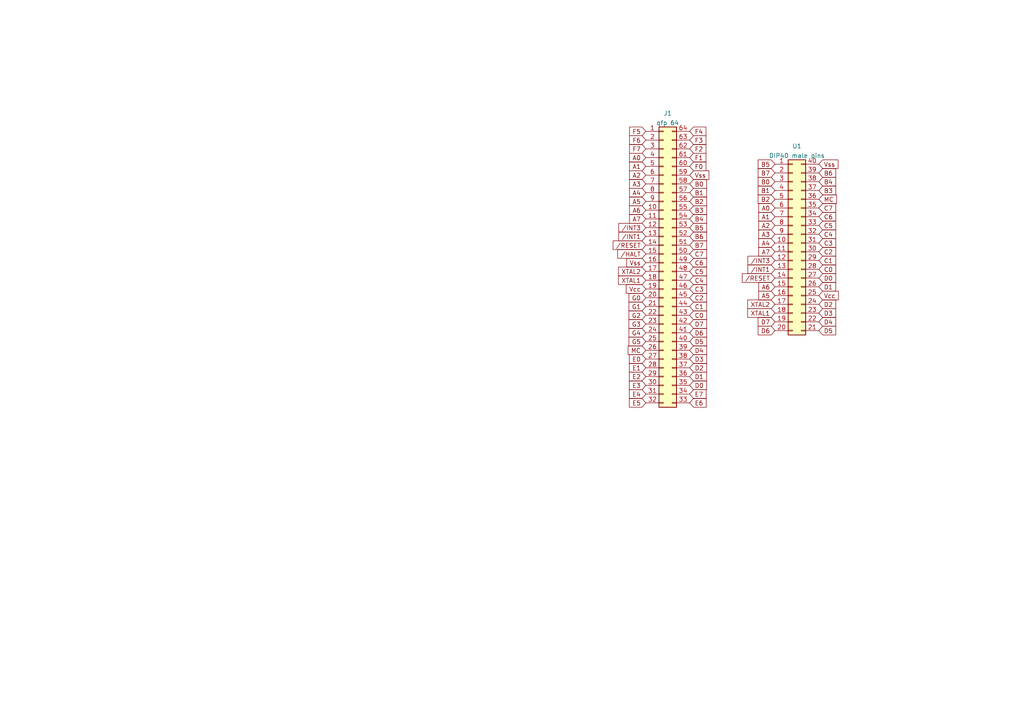
<source format=kicad_sch>
(kicad_sch (version 20211123) (generator eeschema)
  (paper "A4")
  (lib_symbols
    (symbol "Connector_Generic:Conn_02x20_Counter_Clockwise" (pin_names (offset 1.016) hide)
      (property "Reference" "J" (at 1.27 25.4 0))
      (property "Value" "Conn_02x20_Counter_Clockwise" (at 1.27 -27.94 0))
      (symbol "Conn_02x20_Counter_Clockwise_1_1"
        (rectangle (start -1.27 -25.273) (end 0 -25.527) (stroke (width 0.1524)))
        (rectangle (start -1.27 -22.733) (end 0 -22.987) (stroke (width 0.1524)))
        (rectangle (start -1.27 -20.193) (end 0 -20.447) (stroke (width 0.1524)))
        (rectangle (start -1.27 -17.653) (end 0 -17.907) (stroke (width 0.1524)))
        (rectangle (start -1.27 -15.113) (end 0 -15.367) (stroke (width 0.1524)))
        (rectangle (start -1.27 -12.573) (end 0 -12.827) (stroke (width 0.1524)))
        (rectangle (start -1.27 -10.033) (end 0 -10.287) (stroke (width 0.1524)))
        (rectangle (start -1.27 -7.493) (end 0 -7.747) (stroke (width 0.1524)))
        (rectangle (start -1.27 -4.953) (end 0 -5.207) (stroke (width 0.1524)))
        (rectangle (start -1.27 -2.413) (end 0 -2.667) (stroke (width 0.1524)))
        (rectangle (start -1.27 0.127) (end 0 -0.127) (stroke (width 0.1524)))
        (rectangle (start -1.27 2.667) (end 0 2.413) (stroke (width 0.1524)))
        (rectangle (start -1.27 5.207) (end 0 4.953) (stroke (width 0.1524)))
        (rectangle (start -1.27 7.747) (end 0 7.493) (stroke (width 0.1524)))
        (rectangle (start -1.27 10.287) (end 0 10.033) (stroke (width 0.1524)))
        (rectangle (start -1.27 12.827) (end 0 12.573) (stroke (width 0.1524)))
        (rectangle (start -1.27 15.367) (end 0 15.113) (stroke (width 0.1524)))
        (rectangle (start -1.27 17.907) (end 0 17.653) (stroke (width 0.1524)))
        (rectangle (start -1.27 20.447) (end 0 20.193) (stroke (width 0.1524)))
        (rectangle (start -1.27 22.987) (end 0 22.733) (stroke (width 0.1524)))
        (rectangle (start -1.27 24.13) (end 3.81 -26.67) (stroke (width 0.254)) (fill (type background)))
        (rectangle (start 3.81 -25.273) (end 2.54 -25.527) (stroke (width 0.1524)))
        (rectangle (start 3.81 -22.733) (end 2.54 -22.987) (stroke (width 0.1524)))
        (rectangle (start 3.81 -20.193) (end 2.54 -20.447) (stroke (width 0.1524)))
        (rectangle (start 3.81 -17.653) (end 2.54 -17.907) (stroke (width 0.1524)))
        (rectangle (start 3.81 -15.113) (end 2.54 -15.367) (stroke (width 0.1524)))
        (rectangle (start 3.81 -12.573) (end 2.54 -12.827) (stroke (width 0.1524)))
        (rectangle (start 3.81 -10.033) (end 2.54 -10.287) (stroke (width 0.1524)))
        (rectangle (start 3.81 -7.493) (end 2.54 -7.747) (stroke (width 0.1524)))
        (rectangle (start 3.81 -4.953) (end 2.54 -5.207) (stroke (width 0.1524)))
        (rectangle (start 3.81 -2.413) (end 2.54 -2.667) (stroke (width 0.1524)))
        (rectangle (start 3.81 0.127) (end 2.54 -0.127) (stroke (width 0.1524)))
        (rectangle (start 3.81 2.667) (end 2.54 2.413) (stroke (width 0.1524)))
        (rectangle (start 3.81 5.207) (end 2.54 4.953) (stroke (width 0.1524)))
        (rectangle (start 3.81 7.747) (end 2.54 7.493) (stroke (width 0.1524)))
        (rectangle (start 3.81 10.287) (end 2.54 10.033) (stroke (width 0.1524)))
        (rectangle (start 3.81 12.827) (end 2.54 12.573) (stroke (width 0.1524)))
        (rectangle (start 3.81 15.367) (end 2.54 15.113) (stroke (width 0.1524)))
        (rectangle (start 3.81 17.907) (end 2.54 17.653) (stroke (width 0.1524)))
        (rectangle (start 3.81 20.447) (end 2.54 20.193) (stroke (width 0.1524)))
        (rectangle (start 3.81 22.987) (end 2.54 22.733) (stroke (width 0.1524)))
        (pin passive line (at -5.08 22.86 0) (length 3.81) (name "Pin_1") (number "1"))
        (pin passive line (at -5.08 0 0) (length 3.81) (name "Pin_10") (number "10"))
        (pin passive line (at -5.08 -2.54 0) (length 3.81) (name "Pin_11") (number "11"))
        (pin passive line (at -5.08 -5.08 0) (length 3.81) (name "Pin_12") (number "12"))
        (pin passive line (at -5.08 -7.62 0) (length 3.81) (name "Pin_13") (number "13"))
        (pin passive line (at -5.08 -10.16 0) (length 3.81) (name "Pin_14") (number "14"))
        (pin passive line (at -5.08 -12.7 0) (length 3.81) (name "Pin_15") (number "15"))
        (pin passive line (at -5.08 -15.24 0) (length 3.81) (name "Pin_16") (number "16"))
        (pin passive line (at -5.08 -17.78 0) (length 3.81) (name "Pin_17") (number "17"))
        (pin passive line (at -5.08 -20.32 0) (length 3.81) (name "Pin_18") (number "18"))
        (pin passive line (at -5.08 -22.86 0) (length 3.81) (name "Pin_19") (number "19"))
        (pin passive line (at -5.08 20.32 0) (length 3.81) (name "Pin_2") (number "2"))
        (pin passive line (at -5.08 -25.4 0) (length 3.81) (name "Pin_20") (number "20"))
        (pin passive line (at 7.62 -25.4 180) (length 3.81) (name "Pin_21") (number "21"))
        (pin passive line (at 7.62 -22.86 180) (length 3.81) (name "Pin_22") (number "22"))
        (pin passive line (at 7.62 -20.32 180) (length 3.81) (name "Pin_23") (number "23"))
        (pin passive line (at 7.62 -17.78 180) (length 3.81) (name "Pin_24") (number "24"))
        (pin passive line (at 7.62 -15.24 180) (length 3.81) (name "Pin_25") (number "25"))
        (pin passive line (at 7.62 -12.7 180) (length 3.81) (name "Pin_26") (number "26"))
        (pin passive line (at 7.62 -10.16 180) (length 3.81) (name "Pin_27") (number "27"))
        (pin passive line (at 7.62 -7.62 180) (length 3.81) (name "Pin_28") (number "28"))
        (pin passive line (at 7.62 -5.08 180) (length 3.81) (name "Pin_29") (number "29"))
        (pin passive line (at -5.08 17.78 0) (length 3.81) (name "Pin_3") (number "3"))
        (pin passive line (at 7.62 -2.54 180) (length 3.81) (name "Pin_30") (number "30"))
        (pin passive line (at 7.62 0 180) (length 3.81) (name "Pin_31") (number "31"))
        (pin passive line (at 7.62 2.54 180) (length 3.81) (name "Pin_32") (number "32"))
        (pin passive line (at 7.62 5.08 180) (length 3.81) (name "Pin_33") (number "33"))
        (pin passive line (at 7.62 7.62 180) (length 3.81) (name "Pin_34") (number "34"))
        (pin passive line (at 7.62 10.16 180) (length 3.81) (name "Pin_35") (number "35"))
        (pin passive line (at 7.62 12.7 180) (length 3.81) (name "Pin_36") (number "36"))
        (pin passive line (at 7.62 15.24 180) (length 3.81) (name "Pin_37") (number "37"))
        (pin passive line (at 7.62 17.78 180) (length 3.81) (name "Pin_38") (number "38"))
        (pin passive line (at 7.62 20.32 180) (length 3.81) (name "Pin_39") (number "39"))
        (pin passive line (at -5.08 15.24 0) (length 3.81) (name "Pin_4") (number "4"))
        (pin passive line (at 7.62 22.86 180) (length 3.81) (name "Pin_40") (number "40"))
        (pin passive line (at -5.08 12.7 0) (length 3.81) (name "Pin_5") (number "5"))
        (pin passive line (at -5.08 10.16 0) (length 3.81) (name "Pin_6") (number "6"))
        (pin passive line (at -5.08 7.62 0) (length 3.81) (name "Pin_7") (number "7"))
        (pin passive line (at -5.08 5.08 0) (length 3.81) (name "Pin_8") (number "8"))
        (pin passive line (at -5.08 2.54 0) (length 3.81) (name "Pin_9") (number "9"))
      )
    )
    (symbol "Connector_Generic:Conn_02x32_Counter_Clockwise" (pin_names (offset 1.016) hide)
      (property "Reference" "J" (at 1.27 40.64 0))
      (property "Value" "Conn_02x32_Counter_Clockwise" (at 1.27 -43.18 0))
      (symbol "Conn_02x32_Counter_Clockwise_1_1"
        (rectangle (start -1.27 -40.513) (end 0 -40.767) (stroke (width 0.1524)))
        (rectangle (start -1.27 -37.973) (end 0 -38.227) (stroke (width 0.1524)))
        (rectangle (start -1.27 -35.433) (end 0 -35.687) (stroke (width 0.1524)))
        (rectangle (start -1.27 -32.893) (end 0 -33.147) (stroke (width 0.1524)))
        (rectangle (start -1.27 -30.353) (end 0 -30.607) (stroke (width 0.1524)))
        (rectangle (start -1.27 -27.813) (end 0 -28.067) (stroke (width 0.1524)))
        (rectangle (start -1.27 -25.273) (end 0 -25.527) (stroke (width 0.1524)))
        (rectangle (start -1.27 -22.733) (end 0 -22.987) (stroke (width 0.1524)))
        (rectangle (start -1.27 -20.193) (end 0 -20.447) (stroke (width 0.1524)))
        (rectangle (start -1.27 -17.653) (end 0 -17.907) (stroke (width 0.1524)))
        (rectangle (start -1.27 -15.113) (end 0 -15.367) (stroke (width 0.1524)))
        (rectangle (start -1.27 -12.573) (end 0 -12.827) (stroke (width 0.1524)))
        (rectangle (start -1.27 -10.033) (end 0 -10.287) (stroke (width 0.1524)))
        (rectangle (start -1.27 -7.493) (end 0 -7.747) (stroke (width 0.1524)))
        (rectangle (start -1.27 -4.953) (end 0 -5.207) (stroke (width 0.1524)))
        (rectangle (start -1.27 -2.413) (end 0 -2.667) (stroke (width 0.1524)))
        (rectangle (start -1.27 0.127) (end 0 -0.127) (stroke (width 0.1524)))
        (rectangle (start -1.27 2.667) (end 0 2.413) (stroke (width 0.1524)))
        (rectangle (start -1.27 5.207) (end 0 4.953) (stroke (width 0.1524)))
        (rectangle (start -1.27 7.747) (end 0 7.493) (stroke (width 0.1524)))
        (rectangle (start -1.27 10.287) (end 0 10.033) (stroke (width 0.1524)))
        (rectangle (start -1.27 12.827) (end 0 12.573) (stroke (width 0.1524)))
        (rectangle (start -1.27 15.367) (end 0 15.113) (stroke (width 0.1524)))
        (rectangle (start -1.27 17.907) (end 0 17.653) (stroke (width 0.1524)))
        (rectangle (start -1.27 20.447) (end 0 20.193) (stroke (width 0.1524)))
        (rectangle (start -1.27 22.987) (end 0 22.733) (stroke (width 0.1524)))
        (rectangle (start -1.27 25.527) (end 0 25.273) (stroke (width 0.1524)))
        (rectangle (start -1.27 28.067) (end 0 27.813) (stroke (width 0.1524)))
        (rectangle (start -1.27 30.607) (end 0 30.353) (stroke (width 0.1524)))
        (rectangle (start -1.27 33.147) (end 0 32.893) (stroke (width 0.1524)))
        (rectangle (start -1.27 35.687) (end 0 35.433) (stroke (width 0.1524)))
        (rectangle (start -1.27 38.227) (end 0 37.973) (stroke (width 0.1524)))
        (rectangle (start -1.27 39.37) (end 3.81 -41.91) (stroke (width 0.254)) (fill (type background)))
        (rectangle (start 3.81 -40.513) (end 2.54 -40.767) (stroke (width 0.1524)))
        (rectangle (start 3.81 -37.973) (end 2.54 -38.227) (stroke (width 0.1524)))
        (rectangle (start 3.81 -35.433) (end 2.54 -35.687) (stroke (width 0.1524)))
        (rectangle (start 3.81 -32.893) (end 2.54 -33.147) (stroke (width 0.1524)))
        (rectangle (start 3.81 -30.353) (end 2.54 -30.607) (stroke (width 0.1524)))
        (rectangle (start 3.81 -27.813) (end 2.54 -28.067) (stroke (width 0.1524)))
        (rectangle (start 3.81 -25.273) (end 2.54 -25.527) (stroke (width 0.1524)))
        (rectangle (start 3.81 -22.733) (end 2.54 -22.987) (stroke (width 0.1524)))
        (rectangle (start 3.81 -20.193) (end 2.54 -20.447) (stroke (width 0.1524)))
        (rectangle (start 3.81 -17.653) (end 2.54 -17.907) (stroke (width 0.1524)))
        (rectangle (start 3.81 -15.113) (end 2.54 -15.367) (stroke (width 0.1524)))
        (rectangle (start 3.81 -12.573) (end 2.54 -12.827) (stroke (width 0.1524)))
        (rectangle (start 3.81 -10.033) (end 2.54 -10.287) (stroke (width 0.1524)))
        (rectangle (start 3.81 -7.493) (end 2.54 -7.747) (stroke (width 0.1524)))
        (rectangle (start 3.81 -4.953) (end 2.54 -5.207) (stroke (width 0.1524)))
        (rectangle (start 3.81 -2.413) (end 2.54 -2.667) (stroke (width 0.1524)))
        (rectangle (start 3.81 0.127) (end 2.54 -0.127) (stroke (width 0.1524)))
        (rectangle (start 3.81 2.667) (end 2.54 2.413) (stroke (width 0.1524)))
        (rectangle (start 3.81 5.207) (end 2.54 4.953) (stroke (width 0.1524)))
        (rectangle (start 3.81 7.747) (end 2.54 7.493) (stroke (width 0.1524)))
        (rectangle (start 3.81 10.287) (end 2.54 10.033) (stroke (width 0.1524)))
        (rectangle (start 3.81 12.827) (end 2.54 12.573) (stroke (width 0.1524)))
        (rectangle (start 3.81 15.367) (end 2.54 15.113) (stroke (width 0.1524)))
        (rectangle (start 3.81 17.907) (end 2.54 17.653) (stroke (width 0.1524)))
        (rectangle (start 3.81 20.447) (end 2.54 20.193) (stroke (width 0.1524)))
        (rectangle (start 3.81 22.987) (end 2.54 22.733) (stroke (width 0.1524)))
        (rectangle (start 3.81 25.527) (end 2.54 25.273) (stroke (width 0.1524)))
        (rectangle (start 3.81 28.067) (end 2.54 27.813) (stroke (width 0.1524)))
        (rectangle (start 3.81 30.607) (end 2.54 30.353) (stroke (width 0.1524)))
        (rectangle (start 3.81 33.147) (end 2.54 32.893) (stroke (width 0.1524)))
        (rectangle (start 3.81 35.687) (end 2.54 35.433) (stroke (width 0.1524)))
        (rectangle (start 3.81 38.227) (end 2.54 37.973) (stroke (width 0.1524)))
        (pin passive line (at -5.08 38.1 0) (length 3.81) (name "Pin_1") (number "1"))
        (pin passive line (at -5.08 15.24 0) (length 3.81) (name "Pin_10") (number "10"))
        (pin passive line (at -5.08 12.7 0) (length 3.81) (name "Pin_11") (number "11"))
        (pin passive line (at -5.08 10.16 0) (length 3.81) (name "Pin_12") (number "12"))
        (pin passive line (at -5.08 7.62 0) (length 3.81) (name "Pin_13") (number "13"))
        (pin passive line (at -5.08 5.08 0) (length 3.81) (name "Pin_14") (number "14"))
        (pin passive line (at -5.08 2.54 0) (length 3.81) (name "Pin_15") (number "15"))
        (pin passive line (at -5.08 0 0) (length 3.81) (name "Pin_16") (number "16"))
        (pin passive line (at -5.08 -2.54 0) (length 3.81) (name "Pin_17") (number "17"))
        (pin passive line (at -5.08 -5.08 0) (length 3.81) (name "Pin_18") (number "18"))
        (pin passive line (at -5.08 -7.62 0) (length 3.81) (name "Pin_19") (number "19"))
        (pin passive line (at -5.08 35.56 0) (length 3.81) (name "Pin_2") (number "2"))
        (pin passive line (at -5.08 -10.16 0) (length 3.81) (name "Pin_20") (number "20"))
        (pin passive line (at -5.08 -12.7 0) (length 3.81) (name "Pin_21") (number "21"))
        (pin passive line (at -5.08 -15.24 0) (length 3.81) (name "Pin_22") (number "22"))
        (pin passive line (at -5.08 -17.78 0) (length 3.81) (name "Pin_23") (number "23"))
        (pin passive line (at -5.08 -20.32 0) (length 3.81) (name "Pin_24") (number "24"))
        (pin passive line (at -5.08 -22.86 0) (length 3.81) (name "Pin_25") (number "25"))
        (pin passive line (at -5.08 -25.4 0) (length 3.81) (name "Pin_26") (number "26"))
        (pin passive line (at -5.08 -27.94 0) (length 3.81) (name "Pin_27") (number "27"))
        (pin passive line (at -5.08 -30.48 0) (length 3.81) (name "Pin_28") (number "28"))
        (pin passive line (at -5.08 -33.02 0) (length 3.81) (name "Pin_29") (number "29"))
        (pin passive line (at -5.08 33.02 0) (length 3.81) (name "Pin_3") (number "3"))
        (pin passive line (at -5.08 -35.56 0) (length 3.81) (name "Pin_30") (number "30"))
        (pin passive line (at -5.08 -38.1 0) (length 3.81) (name "Pin_31") (number "31"))
        (pin passive line (at -5.08 -40.64 0) (length 3.81) (name "Pin_32") (number "32"))
        (pin passive line (at 7.62 -40.64 180) (length 3.81) (name "Pin_33") (number "33"))
        (pin passive line (at 7.62 -38.1 180) (length 3.81) (name "Pin_34") (number "34"))
        (pin passive line (at 7.62 -35.56 180) (length 3.81) (name "Pin_35") (number "35"))
        (pin passive line (at 7.62 -33.02 180) (length 3.81) (name "Pin_36") (number "36"))
        (pin passive line (at 7.62 -30.48 180) (length 3.81) (name "Pin_37") (number "37"))
        (pin passive line (at 7.62 -27.94 180) (length 3.81) (name "Pin_38") (number "38"))
        (pin passive line (at 7.62 -25.4 180) (length 3.81) (name "Pin_39") (number "39"))
        (pin passive line (at -5.08 30.48 0) (length 3.81) (name "Pin_4") (number "4"))
        (pin passive line (at 7.62 -22.86 180) (length 3.81) (name "Pin_40") (number "40"))
        (pin passive line (at 7.62 -20.32 180) (length 3.81) (name "Pin_41") (number "41"))
        (pin passive line (at 7.62 -17.78 180) (length 3.81) (name "Pin_42") (number "42"))
        (pin passive line (at 7.62 -15.24 180) (length 3.81) (name "Pin_43") (number "43"))
        (pin passive line (at 7.62 -12.7 180) (length 3.81) (name "Pin_44") (number "44"))
        (pin passive line (at 7.62 -10.16 180) (length 3.81) (name "Pin_45") (number "45"))
        (pin passive line (at 7.62 -7.62 180) (length 3.81) (name "Pin_46") (number "46"))
        (pin passive line (at 7.62 -5.08 180) (length 3.81) (name "Pin_47") (number "47"))
        (pin passive line (at 7.62 -2.54 180) (length 3.81) (name "Pin_48") (number "48"))
        (pin passive line (at 7.62 0 180) (length 3.81) (name "Pin_49") (number "49"))
        (pin passive line (at -5.08 27.94 0) (length 3.81) (name "Pin_5") (number "5"))
        (pin passive line (at 7.62 2.54 180) (length 3.81) (name "Pin_50") (number "50"))
        (pin passive line (at 7.62 5.08 180) (length 3.81) (name "Pin_51") (number "51"))
        (pin passive line (at 7.62 7.62 180) (length 3.81) (name "Pin_52") (number "52"))
        (pin passive line (at 7.62 10.16 180) (length 3.81) (name "Pin_53") (number "53"))
        (pin passive line (at 7.62 12.7 180) (length 3.81) (name "Pin_54") (number "54"))
        (pin passive line (at 7.62 15.24 180) (length 3.81) (name "Pin_55") (number "55"))
        (pin passive line (at 7.62 17.78 180) (length 3.81) (name "Pin_56") (number "56"))
        (pin passive line (at 7.62 20.32 180) (length 3.81) (name "Pin_57") (number "57"))
        (pin passive line (at 7.62 22.86 180) (length 3.81) (name "Pin_58") (number "58"))
        (pin passive line (at 7.62 25.4 180) (length 3.81) (name "Pin_59") (number "59"))
        (pin passive line (at -5.08 25.4 0) (length 3.81) (name "Pin_6") (number "6"))
        (pin passive line (at 7.62 27.94 180) (length 3.81) (name "Pin_60") (number "60"))
        (pin passive line (at 7.62 30.48 180) (length 3.81) (name "Pin_61") (number "61"))
        (pin passive line (at 7.62 33.02 180) (length 3.81) (name "Pin_62") (number "62"))
        (pin passive line (at 7.62 35.56 180) (length 3.81) (name "Pin_63") (number "63"))
        (pin passive line (at 7.62 38.1 180) (length 3.81) (name "Pin_64") (number "64"))
        (pin passive line (at -5.08 22.86 0) (length 3.81) (name "Pin_7") (number "7"))
        (pin passive line (at -5.08 20.32 0) (length 3.81) (name "Pin_8") (number "8"))
        (pin passive line (at -5.08 17.78 0) (length 3.81) (name "Pin_9") (number "9"))
      )
    )
  )
  (global_label "B2" (shape input) (at 200.025 58.42 0) (property "Intersheet References" "${INTERSHEET_REFS}" (effects hide)))
  (global_label "E2" (shape input) (at 187.325 109.22 180) (property "Intersheet References" "${INTERSHEET_REFS}" (effects hide)))
  (global_label "A5" (shape input) (at 187.325 58.42 180) (property "Intersheet References" "${INTERSHEET_REFS}" (effects hide)))
  (global_label "D7" (shape input) (at 224.79 93.345 180) (property "Intersheet References" "${INTERSHEET_REFS}" (effects hide)))
  (global_label "E0" (shape input) (at 187.325 104.14 180) (property "Intersheet References" "${INTERSHEET_REFS}" (effects hide)))
  (global_label "B2" (shape input) (at 224.79 57.785 180) (property "Intersheet References" "${INTERSHEET_REFS}" (effects hide)))
  (global_label "B1" (shape input) (at 200.025 55.88 0) (property "Intersheet References" "${INTERSHEET_REFS}" (effects hide)))
  (global_label "B1" (shape input) (at 224.79 55.245 180) (property "Intersheet References" "${INTERSHEET_REFS}" (effects hide)))
  (global_label "{slash}INT3" (shape input) (at 187.325 66.04 180) (property "Intersheet References" "${INTERSHEET_REFS}" (effects hide)))
  (global_label "A6" (shape input) (at 187.325 60.96 180) (property "Intersheet References" "${INTERSHEET_REFS}" (effects hide)))
  (global_label "C6" (shape input) (at 237.49 62.865 0) (property "Intersheet References" "${INTERSHEET_REFS}" (effects hide)))
  (global_label "D6" (shape input) (at 200.025 96.52 0) (property "Intersheet References" "${INTERSHEET_REFS}" (effects hide)))
  (global_label "B0" (shape input) (at 224.79 52.705 180) (property "Intersheet References" "${INTERSHEET_REFS}" (effects hide)))
  (global_label "D3" (shape input) (at 200.025 104.14 0) (property "Intersheet References" "${INTERSHEET_REFS}" (effects hide)))
  (global_label "XTAL2" (shape input) (at 187.325 78.74 180) (property "Intersheet References" "${INTERSHEET_REFS}" (effects hide)))
  (global_label "D6" (shape input) (at 224.79 95.885 180) (property "Intersheet References" "${INTERSHEET_REFS}" (effects hide)))
  (global_label "D0" (shape input) (at 237.49 80.645 0) (property "Intersheet References" "${INTERSHEET_REFS}" (effects hide)))
  (global_label "F2" (shape input) (at 200.025 43.18 0) (property "Intersheet References" "${INTERSHEET_REFS}" (effects hide)))
  (global_label "E3" (shape input) (at 187.325 111.76 180) (property "Intersheet References" "${INTERSHEET_REFS}" (effects hide)))
  (global_label "A4" (shape input) (at 224.79 70.485 180) (property "Intersheet References" "${INTERSHEET_REFS}" (effects hide)))
  (global_label "F7" (shape input) (at 187.325 43.18 180) (property "Intersheet References" "${INTERSHEET_REFS}" (effects hide)))
  (global_label "C7" (shape input) (at 237.49 60.325 0) (property "Intersheet References" "${INTERSHEET_REFS}" (effects hide)))
  (global_label "A3" (shape input) (at 187.325 53.34 180) (property "Intersheet References" "${INTERSHEET_REFS}" (effects hide)))
  (global_label "B7" (shape input) (at 200.025 71.12 0) (property "Intersheet References" "${INTERSHEET_REFS}" (effects hide)))
  (global_label "C2" (shape input) (at 200.025 86.36 0) (property "Intersheet References" "${INTERSHEET_REFS}" (effects hide)))
  (global_label "D5" (shape input) (at 200.025 99.06 0) (property "Intersheet References" "${INTERSHEET_REFS}" (effects hide)))
  (global_label "XTAL1" (shape input) (at 224.79 90.805 180) (property "Intersheet References" "${INTERSHEET_REFS}" (effects hide)))
  (global_label "D2" (shape input) (at 200.025 106.68 0) (property "Intersheet References" "${INTERSHEET_REFS}" (effects hide)))
  (global_label "F5" (shape input) (at 187.325 38.1 180) (property "Intersheet References" "${INTERSHEET_REFS}" (effects hide)))
  (global_label "E7" (shape input) (at 200.025 114.3 0) (property "Intersheet References" "${INTERSHEET_REFS}" (effects hide)))
  (global_label "D4" (shape input) (at 237.49 93.345 0) (property "Intersheet References" "${INTERSHEET_REFS}" (effects hide)))
  (global_label "D4" (shape input) (at 200.025 101.6 0) (property "Intersheet References" "${INTERSHEET_REFS}" (effects hide)))
  (global_label "C4" (shape input) (at 200.025 81.28 0) (property "Intersheet References" "${INTERSHEET_REFS}" (effects hide)))
  (global_label "D5" (shape input) (at 237.49 95.885 0) (property "Intersheet References" "${INTERSHEET_REFS}" (effects hide)))
  (global_label "{slash}HALT" (shape input) (at 187.325 73.66 180) (property "Intersheet References" "${INTERSHEET_REFS}" (effects hide)))
  (global_label "C0" (shape input) (at 200.025 91.44 0) (property "Intersheet References" "${INTERSHEET_REFS}" (effects hide)))
  (global_label "D1" (shape input) (at 237.49 83.185 0) (property "Intersheet References" "${INTERSHEET_REFS}" (effects hide)))
  (global_label "B7" (shape input) (at 224.79 50.165 180) (property "Intersheet References" "${INTERSHEET_REFS}" (effects hide)))
  (global_label "MC" (shape input) (at 187.325 101.6 180) (property "Intersheet References" "${INTERSHEET_REFS}" (effects hide)))
  (global_label "G1" (shape input) (at 187.325 88.9 180) (property "Intersheet References" "${INTERSHEET_REFS}" (effects hide)))
  (global_label "MC" (shape input) (at 237.49 57.785 0) (property "Intersheet References" "${INTERSHEET_REFS}" (effects hide)))
  (global_label "F0" (shape input) (at 200.025 48.26 0) (property "Intersheet References" "${INTERSHEET_REFS}" (effects hide)))
  (global_label "G5" (shape input) (at 187.325 99.06 180) (property "Intersheet References" "${INTERSHEET_REFS}" (effects hide)))
  (global_label "C1" (shape input) (at 200.025 88.9 0) (property "Intersheet References" "${INTERSHEET_REFS}" (effects hide)))
  (global_label "B3" (shape input) (at 237.49 55.245 0) (property "Intersheet References" "${INTERSHEET_REFS}" (effects hide)))
  (global_label "D7" (shape input) (at 200.025 93.98 0) (property "Intersheet References" "${INTERSHEET_REFS}" (effects hide)))
  (global_label "C1" (shape input) (at 237.49 75.565 0) (property "Intersheet References" "${INTERSHEET_REFS}" (effects hide)))
  (global_label "B4" (shape input) (at 237.49 52.705 0) (property "Intersheet References" "${INTERSHEET_REFS}" (effects hide)))
  (global_label "A2" (shape input) (at 187.325 50.8 180) (property "Intersheet References" "${INTERSHEET_REFS}" (effects hide)))
  (global_label "G4" (shape input) (at 187.325 96.52 180) (property "Intersheet References" "${INTERSHEET_REFS}" (effects hide)))
  (global_label "A0" (shape input) (at 187.325 45.72 180) (property "Intersheet References" "${INTERSHEET_REFS}" (effects hide)))
  (global_label "A7" (shape input) (at 187.325 63.5 180) (property "Intersheet References" "${INTERSHEET_REFS}" (effects hide)))
  (global_label "{slash}INT1" (shape input) (at 224.79 78.105 180) (property "Intersheet References" "${INTERSHEET_REFS}" (effects hide)))
  (global_label "A1" (shape input) (at 187.325 48.26 180) (property "Intersheet References" "${INTERSHEET_REFS}" (effects hide)))
  (global_label "D3" (shape input) (at 237.49 90.805 0) (property "Intersheet References" "${INTERSHEET_REFS}" (effects hide)))
  (global_label "C3" (shape input) (at 237.49 70.485 0) (property "Intersheet References" "${INTERSHEET_REFS}" (effects hide)))
  (global_label "G3" (shape input) (at 187.325 93.98 180) (property "Intersheet References" "${INTERSHEET_REFS}" (effects hide)))
  (global_label "A1" (shape input) (at 224.79 62.865 180) (property "Intersheet References" "${INTERSHEET_REFS}" (effects hide)))
  (global_label "A7" (shape input) (at 224.79 73.025 180) (property "Intersheet References" "${INTERSHEET_REFS}" (effects hide)))
  (global_label "{slash}INT3" (shape input) (at 224.79 75.565 180) (property "Intersheet References" "${INTERSHEET_REFS}" (effects hide)))
  (global_label "C5" (shape input) (at 200.025 78.74 0) (property "Intersheet References" "${INTERSHEET_REFS}" (effects hide)))
  (global_label "Vss" (shape input) (at 237.49 47.625 0) (property "Intersheet References" "${INTERSHEET_REFS}" (effects hide)))
  (global_label "B5" (shape input) (at 200.025 66.04 0) (property "Intersheet References" "${INTERSHEET_REFS}" (effects hide)))
  (global_label "G0" (shape input) (at 187.325 86.36 180) (property "Intersheet References" "${INTERSHEET_REFS}" (effects hide)))
  (global_label "A3" (shape input) (at 224.79 67.945 180) (property "Intersheet References" "${INTERSHEET_REFS}" (effects hide)))
  (global_label "B4" (shape input) (at 200.025 63.5 0) (property "Intersheet References" "${INTERSHEET_REFS}" (effects hide)))
  (global_label "B5" (shape input) (at 224.79 47.625 180) (property "Intersheet References" "${INTERSHEET_REFS}" (effects hide)))
  (global_label "XTAL2" (shape input) (at 224.79 88.265 180) (property "Intersheet References" "${INTERSHEET_REFS}" (effects hide)))
  (global_label "A5" (shape input) (at 224.79 85.725 180) (property "Intersheet References" "${INTERSHEET_REFS}" (effects hide)))
  (global_label "{slash}RESET" (shape input) (at 224.79 80.645 180) (property "Intersheet References" "${INTERSHEET_REFS}" (effects hide)))
  (global_label "{slash}RESET" (shape input) (at 187.325 71.12 180) (property "Intersheet References" "${INTERSHEET_REFS}" (effects hide)))
  (global_label "B6" (shape input) (at 237.49 50.165 0) (property "Intersheet References" "${INTERSHEET_REFS}" (effects hide)))
  (global_label "C4" (shape input) (at 237.49 67.945 0) (property "Intersheet References" "${INTERSHEET_REFS}" (effects hide)))
  (global_label "E4" (shape input) (at 187.325 114.3 180) (property "Intersheet References" "${INTERSHEET_REFS}" (effects hide)))
  (global_label "E5" (shape input) (at 187.325 116.84 180) (property "Intersheet References" "${INTERSHEET_REFS}" (effects hide)))
  (global_label "XTAL1" (shape input) (at 187.325 81.28 180) (property "Intersheet References" "${INTERSHEET_REFS}" (effects hide)))
  (global_label "F1" (shape input) (at 200.025 45.72 0) (property "Intersheet References" "${INTERSHEET_REFS}" (effects hide)))
  (global_label "Vcc" (shape input) (at 237.49 85.725 0) (property "Intersheet References" "${INTERSHEET_REFS}" (effects hide)))
  (global_label "Vss" (shape input) (at 200.025 50.8 0) (property "Intersheet References" "${INTERSHEET_REFS}" (effects hide)))
  (global_label "E6" (shape input) (at 200.025 116.84 0) (property "Intersheet References" "${INTERSHEET_REFS}" (effects hide)))
  (global_label "A0" (shape input) (at 224.79 60.325 180) (property "Intersheet References" "${INTERSHEET_REFS}" (effects hide)))
  (global_label "C5" (shape input) (at 237.49 65.405 0) (property "Intersheet References" "${INTERSHEET_REFS}" (effects hide)))
  (global_label "A4" (shape input) (at 187.325 55.88 180) (property "Intersheet References" "${INTERSHEET_REFS}" (effects hide)))
  (global_label "C6" (shape input) (at 200.025 76.2 0) (property "Intersheet References" "${INTERSHEET_REFS}" (effects hide)))
  (global_label "B6" (shape input) (at 200.025 68.58 0) (property "Intersheet References" "${INTERSHEET_REFS}" (effects hide)))
  (global_label "D0" (shape input) (at 200.025 111.76 0) (property "Intersheet References" "${INTERSHEET_REFS}" (effects hide)))
  (global_label "A2" (shape input) (at 224.79 65.405 180) (property "Intersheet References" "${INTERSHEET_REFS}" (effects hide)))
  (global_label "C0" (shape input) (at 237.49 78.105 0) (property "Intersheet References" "${INTERSHEET_REFS}" (effects hide)))
  (global_label "Vss" (shape input) (at 187.325 76.2 180) (property "Intersheet References" "${INTERSHEET_REFS}" (effects hide)))
  (global_label "B0" (shape input) (at 200.025 53.34 0) (property "Intersheet References" "${INTERSHEET_REFS}" (effects hide)))
  (global_label "F4" (shape input) (at 200.025 38.1 0) (property "Intersheet References" "${INTERSHEET_REFS}" (effects hide)))
  (global_label "A6" (shape input) (at 224.79 83.185 180) (property "Intersheet References" "${INTERSHEET_REFS}" (effects hide)))
  (global_label "F6" (shape input) (at 187.325 40.64 180) (property "Intersheet References" "${INTERSHEET_REFS}" (effects hide)))
  (global_label "Vcc" (shape input) (at 187.325 83.82 180) (property "Intersheet References" "${INTERSHEET_REFS}" (effects hide)))
  (global_label "F3" (shape input) (at 200.025 40.64 0) (property "Intersheet References" "${INTERSHEET_REFS}" (effects hide)))
  (global_label "C2" (shape input) (at 237.49 73.025 0) (property "Intersheet References" "${INTERSHEET_REFS}" (effects hide)))
  (global_label "C7" (shape input) (at 200.025 73.66 0) (property "Intersheet References" "${INTERSHEET_REFS}" (effects hide)))
  (global_label "E1" (shape input) (at 187.325 106.68 180) (property "Intersheet References" "${INTERSHEET_REFS}" (effects hide)))
  (global_label "B3" (shape input) (at 200.025 60.96 0) (property "Intersheet References" "${INTERSHEET_REFS}" (effects hide)))
  (global_label "G2" (shape input) (at 187.325 91.44 180) (property "Intersheet References" "${INTERSHEET_REFS}" (effects hide)))
  (global_label "D1" (shape input) (at 200.025 109.22 0) (property "Intersheet References" "${INTERSHEET_REFS}" (effects hide)))
  (global_label "D2" (shape input) (at 237.49 88.265 0) (property "Intersheet References" "${INTERSHEET_REFS}" (effects hide)))
  (global_label "{slash}INT1" (shape input) (at 187.325 68.58 180) (property "Intersheet References" "${INTERSHEET_REFS}" (effects hide)))
  (global_label "C3" (shape input) (at 200.025 83.82 0) (property "Intersheet References" "${INTERSHEET_REFS}" (effects hide)))
  (symbol (lib_id "Connector_Generic:Conn_02x20_Counter_Clockwise") (at 229.87 70.485 0) (unit 1)
    (property "Reference" "U1" (at 231.14 42.3885 0))
    (property "Value" "DIP40 male pins" (at 231.14 45.1636 0))
    (property "Footprint" "Package_DIP:DIP-40_W15.24mm" (effects hide))
  )
  (symbol (lib_id "Connector_Generic:Conn_02x32_Counter_Clockwise") (at 192.405 76.2 0) (unit 1)
    (property "Reference" "J1" (at 193.675 32.8635 0))
    (property "Value" "qfp 64" (at 193.675 35.6386 0))
    (property "Footprint" "Evan's misc parts:QFP-64_14x20mm_P1.0mm" (effects hide))
  )
)
</source>
